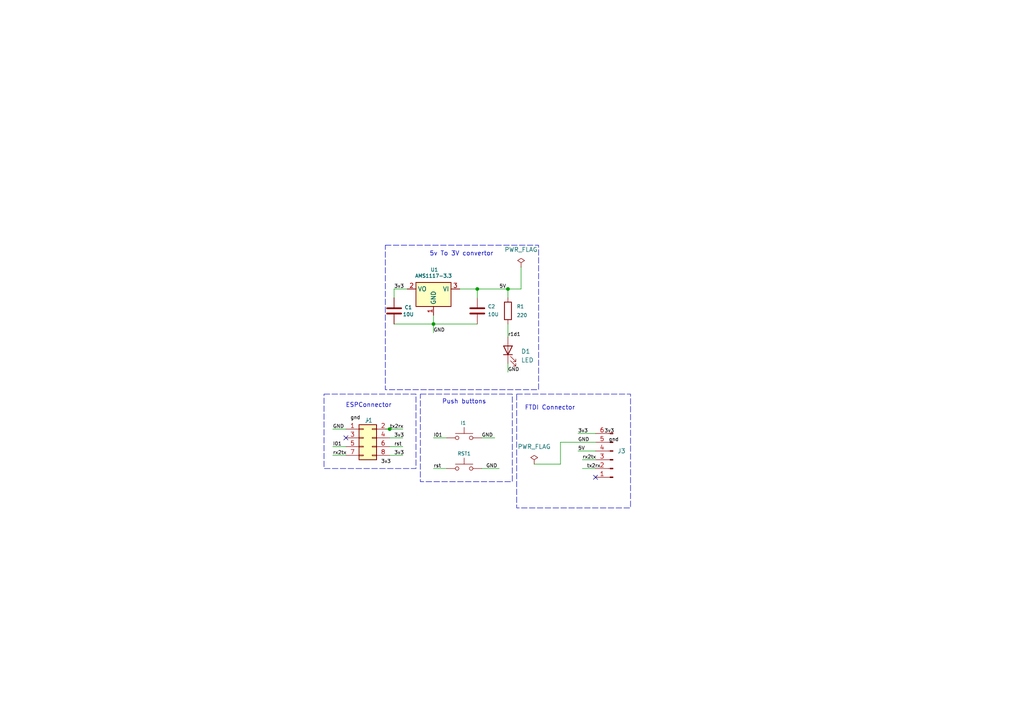
<source format=kicad_sch>
(kicad_sch (version 20231120) (generator "eeschema") (generator_version "8.0")
  (paper "A4")
  (title_block (title "ESP8266 adapter for FTDI") (date "2024-08-03") (rev "V1") (company "Gibson"))
  (lib_symbols
    (symbol "Connector:Conn_01x06_Pin" (pin_names (offset 1.016) hide)
      (property "Reference" "J" (at 0 7.62 0))
      (property "Value" "Conn_01x06_Pin" (at 0 -10.16 0))
      (symbol "Conn_01x06_Pin_1_1"
        (polyline (pts (xy 1.27 -7.62) (xy 0.8636 -7.62)) (stroke (width 0.1524)))
        (polyline (pts (xy 1.27 -5.08) (xy 0.8636 -5.08)) (stroke (width 0.1524)))
        (polyline (pts (xy 1.27 -2.54) (xy 0.8636 -2.54)) (stroke (width 0.1524)))
        (polyline (pts (xy 1.27 0) (xy 0.8636 0)) (stroke (width 0.1524)))
        (polyline (pts (xy 1.27 2.54) (xy 0.8636 2.54)) (stroke (width 0.1524)))
        (polyline (pts (xy 1.27 5.08) (xy 0.8636 5.08)) (stroke (width 0.1524)))
        (rectangle (start 0.8636 -7.493) (end 0 -7.747) (stroke (width 0.1524)) (fill (type outline)))
        (rectangle (start 0.8636 -4.953) (end 0 -5.207) (stroke (width 0.1524)) (fill (type outline)))
        (rectangle (start 0.8636 -2.413) (end 0 -2.667) (stroke (width 0.1524)) (fill (type outline)))
        (rectangle (start 0.8636 0.127) (end 0 -0.127) (stroke (width 0.1524)) (fill (type outline)))
        (rectangle (start 0.8636 2.667) (end 0 2.413) (stroke (width 0.1524)) (fill (type outline)))
        (rectangle (start 0.8636 5.207) (end 0 4.953) (stroke (width 0.1524)) (fill (type outline)))
        (pin passive line (at 5.08 5.08 180) (length 3.81) (name "Pin_1") (number "1"))
        (pin passive line (at 5.08 2.54 180) (length 3.81) (name "Pin_2") (number "2"))
        (pin passive line (at 5.08 0 180) (length 3.81) (name "Pin_3") (number "3"))
        (pin passive line (at 5.08 -2.54 180) (length 3.81) (name "Pin_4") (number "4"))
        (pin passive line (at 5.08 -5.08 180) (length 3.81) (name "Pin_5") (number "5"))
        (pin passive line (at 5.08 -7.62 180) (length 3.81) (name "Pin_6") (number "6"))
      )
    )
    (symbol "Connector_Generic:Conn_02x04_Odd_Even" (pin_names (offset 1.016) hide)
      (property "Reference" "J" (at 1.27 5.08 0))
      (property "Value" "Conn_02x04_Odd_Even" (at 1.27 -7.62 0))
      (symbol "Conn_02x04_Odd_Even_1_1"
        (rectangle (start -1.27 -4.953) (end 0 -5.207) (stroke (width 0.1524)))
        (rectangle (start -1.27 -2.413) (end 0 -2.667) (stroke (width 0.1524)))
        (rectangle (start -1.27 0.127) (end 0 -0.127) (stroke (width 0.1524)))
        (rectangle (start -1.27 2.667) (end 0 2.413) (stroke (width 0.1524)))
        (rectangle (start -1.27 3.81) (end 3.81 -6.35) (stroke (width 0.254)) (fill (type background)))
        (rectangle (start 3.81 -4.953) (end 2.54 -5.207) (stroke (width 0.1524)))
        (rectangle (start 3.81 -2.413) (end 2.54 -2.667) (stroke (width 0.1524)))
        (rectangle (start 3.81 0.127) (end 2.54 -0.127) (stroke (width 0.1524)))
        (rectangle (start 3.81 2.667) (end 2.54 2.413) (stroke (width 0.1524)))
        (pin passive line (at -5.08 2.54 0) (length 3.81) (name "Pin_1") (number "1"))
        (pin passive line (at 7.62 2.54 180) (length 3.81) (name "Pin_2") (number "2"))
        (pin passive line (at -5.08 0 0) (length 3.81) (name "Pin_3") (number "3"))
        (pin passive line (at 7.62 0 180) (length 3.81) (name "Pin_4") (number "4"))
        (pin passive line (at -5.08 -2.54 0) (length 3.81) (name "Pin_5") (number "5"))
        (pin passive line (at 7.62 -2.54 180) (length 3.81) (name "Pin_6") (number "6"))
        (pin passive line (at -5.08 -5.08 0) (length 3.81) (name "Pin_7") (number "7"))
        (pin passive line (at 7.62 -5.08 180) (length 3.81) (name "Pin_8") (number "8"))
      )
    )
    (symbol "Device:C" (pin_numbers hide) (pin_names (offset 0.254))
      (property "Reference" "C" (at 0.635 2.54 0))
      (property "Value" "C" (at 0.635 -2.54 0))
      (symbol "C_0_1"
        (polyline (pts (xy -2.032 -0.762) (xy 2.032 -0.762)) (stroke (width 0.508)))
        (polyline (pts (xy -2.032 0.762) (xy 2.032 0.762)) (stroke (width 0.508)))
      )
      (symbol "C_1_1"
        (pin passive line (at 0 3.81 270) (length 2.794) (name "~") (number "1"))
        (pin passive line (at 0 -3.81 90) (length 2.794) (name "~") (number "2"))
      )
    )
    (symbol "Device:LED" (pin_numbers hide) (pin_names (offset 1.016) hide)
      (property "Reference" "D" (at 0 2.54 0))
      (property "Value" "LED" (at 0 -2.54 0))
      (symbol "LED_0_1"
        (polyline (pts (xy -1.27 -1.27) (xy -1.27 1.27)) (stroke (width 0.254)))
        (polyline (pts (xy -1.27 0) (xy 1.27 0)))
        (polyline (pts (xy 1.27 -1.27) (xy 1.27 1.27) (xy -1.27 0) (xy 1.27 -1.27)) (stroke (width 0.254)))
        (polyline (pts (xy -3.048 -0.762) (xy -4.572 -2.286) (xy -3.81 -2.286) (xy -4.572 -2.286) (xy -4.572 -1.524)))
        (polyline (pts (xy -1.778 -0.762) (xy -3.302 -2.286) (xy -2.54 -2.286) (xy -3.302 -2.286) (xy -3.302 -1.524)))
      )
      (symbol "LED_1_1"
        (pin passive line (at -3.81 0 0) (length 2.54) (name "K") (number "1"))
        (pin passive line (at 3.81 0 180) (length 2.54) (name "A") (number "2"))
      )
    )
    (symbol "Device:R" (pin_numbers hide) (pin_names (offset 0))
      (property "Reference" "R" (at 2.032 0 90))
      (property "Value" "R" (at 0 0 90))
      (symbol "R_0_1"
        (rectangle (start -1.016 -2.54) (end 1.016 2.54) (stroke (width 0.254)))
      )
      (symbol "R_1_1"
        (pin passive line (at 0 3.81 270) (length 1.27) (name "~") (number "1"))
        (pin passive line (at 0 -3.81 90) (length 1.27) (name "~") (number "2"))
      )
    )
    (symbol "Regulator_Linear:AMS1117-3.3"
      (property "Reference" "U" (at -3.81 3.175 0))
      (property "Value" "AMS1117-3.3" (at 0 3.175 0))
      (symbol "AMS1117-3.3_0_1"
        (rectangle (start -5.08 -5.08) (end 5.08 1.905) (stroke (width 0.254)) (fill (type background)))
      )
      (symbol "AMS1117-3.3_1_1"
        (pin power_in line (at 0 -7.62 90) (length 2.54) (name "GND") (number "1"))
        (pin power_out line (at 7.62 0 180) (length 2.54) (name "VO") (number "2"))
        (pin power_in line (at -7.62 0 0) (length 2.54) (name "VI") (number "3"))
      )
    )
    (symbol "Switch:SW_Push" (pin_numbers hide) (pin_names (offset 1.016) hide)
      (property "Reference" "SW" (at 1.27 2.54 0))
      (property "Value" "SW_Push" (at 0 -1.524 0))
      (symbol "SW_Push_0_1"
        (circle (center -2.032 0) (radius 0.508))
        (polyline (pts (xy 0 1.27) (xy 0 3.048)))
        (polyline (pts (xy 2.54 1.27) (xy -2.54 1.27)))
        (circle (center 2.032 0) (radius 0.508))
        (pin passive line (at -5.08 0 0) (length 2.54) (name "1") (number "1"))
        (pin passive line (at 5.08 0 180) (length 2.54) (name "2") (number "2"))
      )
    )
    (symbol "power:PWR_FLAG" (power) (pin_numbers hide) (pin_names (offset 0) hide)
      (property "Value" "PWR_FLAG" (at 0 3.81 0))
      (symbol "PWR_FLAG_0_0"
        (pin power_out line (at 0 0 90) (length 0) (name "~") (number "1"))
      )
      (symbol "PWR_FLAG_0_1"
        (polyline (pts (xy 0 0) (xy 0 1.27) (xy -1.016 1.905) (xy 0 2.54) (xy 1.016 1.905) (xy 0 1.27)))
      )
    )
  )
  (junction (at 138.43 83.82))
  (junction (at 125.73 93.98))
  (junction (at 147.32 83.82))
  (junction (at 113.03 124.46))
  (no_connect (at 172.72 138.43))
  (no_connect (at 100.33 127))
  (wire (pts (xy 168.91 133.35) (xy 172.72 133.35)))
  (wire (pts (xy 96.52 124.46) (xy 100.33 124.46)))
  (wire (pts (xy 125.73 93.98) (xy 138.43 93.98)))
  (wire (pts (xy 162.56 134.62) (xy 162.56 128.27)))
  (wire (pts (xy 151.13 77.47) (xy 151.13 83.82)))
  (wire (pts (xy 113.03 124.46) (xy 116.84 124.46)))
  (wire (pts (xy 147.32 105.41) (xy 147.32 107.95)))
  (wire (pts (xy 111.76 124.46) (xy 113.03 124.46)))
  (wire (pts (xy 118.11 83.82) (xy 114.3 83.82)))
  (wire (pts (xy 138.43 83.82) (xy 147.32 83.82)))
  (wire (pts (xy 125.73 96.52) (xy 125.73 93.98)))
  (wire (pts (xy 139.7 127) (xy 143.51 127)))
  (wire (pts (xy 113.03 132.08) (xy 116.84 132.08)))
  (wire (pts (xy 125.73 91.44) (xy 125.73 93.98)))
  (wire (pts (xy 96.52 132.08) (xy 100.33 132.08)))
  (wire (pts (xy 168.91 135.89) (xy 172.72 135.89)))
  (wire (pts (xy 154.94 134.62) (xy 162.56 134.62)))
  (wire (pts (xy 147.32 83.82) (xy 151.13 83.82)))
  (wire (pts (xy 138.43 83.82) (xy 138.43 86.36)))
  (wire (pts (xy 133.35 83.82) (xy 138.43 83.82)))
  (wire (pts (xy 96.52 129.54) (xy 100.33 129.54)))
  (wire (pts (xy 147.32 93.98) (xy 147.32 97.79)))
  (wire (pts (xy 167.64 130.81) (xy 172.72 130.81)))
  (wire (pts (xy 162.56 128.27) (xy 172.72 128.27)))
  (wire (pts (xy 113.03 129.54) (xy 116.84 129.54)))
  (wire (pts (xy 147.32 83.82) (xy 147.32 86.36)))
  (wire (pts (xy 114.3 83.82) (xy 114.3 86.36)))
  (wire (pts (xy 114.3 93.98) (xy 125.73 93.98)))
  (wire (pts (xy 139.7 135.89) (xy 144.78 135.89)))
  (wire (pts (xy 125.73 127) (xy 129.54 127)))
  (wire (pts (xy 167.64 125.73) (xy 172.72 125.73)))
  (wire (pts (xy 125.73 135.89) (xy 129.54 135.89)))
  (wire (pts (xy 113.03 127) (xy 116.84 127)))
  (rectangle (start 121.92 114.3) (end 148.59 139.7) (stroke (width 0) (type dash)))
  (rectangle (start 93.98 114.3) (end 120.65 135.89) (stroke (width 0) (type dash)))
  (rectangle (start 149.86 114.3) (end 182.88 147.32) (stroke (width 0) (type dash)))
  (rectangle (start 111.76 71.12) (end 156.21 113.03) (stroke (width 0) (type dash)))
  (text "5v To 3V convertor" (at 133.858 73.66 0) (effects (font (size 1.27 1.27))))
  (text "FTDI Connector" (at 159.512 118.364 0) (effects (font (size 1.27 1.27))))
  (text "Push buttons" (at 134.62 116.586 0) (effects (font (size 1.27 1.27))))
  (text "ESPConnector" (at 106.934 117.602 0) (effects (font (size 1.27 1.27))))
  (label "rx2tx" (at 96.52 132.08 0) (effects (font (size 1.016 1.016))))
  (label "I01" (at 96.52 129.54 0) (effects (font (size 1.016 1.016))))
  (label "rst" (at 125.73 135.89 0) (effects (font (size 1.016 1.016))))
  (label "rst" (at 114.3 129.54 0) (effects (font (size 1.016 1.016))))
  (label "I01" (at 125.73 127 0) (effects (font (size 1.016 1.016))))
  (label "3v3" (at 175.26 125.73 0) (effects (font (size 1.016 1.016))))
  (label "GND" (at 147.32 107.95 0) (effects (font (size 1.016 1.016))))
  (label "3v3" (at 110.49 134.62 0) (effects (font (size 1.016 1.016))))
  (label "gnd" (at 176.53 128.27 0) (effects (font (size 1.016 1.016))))
  (label "3v3" (at 114.3 132.08 0) (effects (font (size 1.016 1.016))))
  (label "5V" (at 167.64 130.81 0) (effects (font (size 1.016 1.016))))
  (label "3v3" (at 114.3 83.82 0) (effects (font (size 1.016 1.016))))
  (label "5V" (at 144.78 83.82 0) (effects (font (size 1.016 1.016))))
  (label "tx2rx" (at 113.03 124.46 0) (effects (font (size 1.016 1.016))))
  (label "GND" (at 167.64 128.27 0) (effects (font (size 1.016 1.016))))
  (label "tx2rx" (at 170.18 135.89 0) (effects (font (size 1.016 1.016))))
  (label "GND" (at 140.97 135.89 0) (effects (font (size 1.016 1.016))))
  (label "gnd" (at 101.6 121.92 0) (effects (font (size 1.016 1.016))))
  (label "GND" (at 96.52 124.46 0) (effects (font (size 1.016 1.016))))
  (label "3v3" (at 167.64 125.73 0) (effects (font (size 1.016 1.016))))
  (label "GND" (at 139.7 127 0) (effects (font (size 1.016 1.016))))
  (label "GND" (at 125.73 96.52 0) (effects (font (size 1.016 1.016))))
  (label "r1d1" (at 147.32 97.79 0) (effects (font (size 1.016 1.016))))
  (label "3v3" (at 114.3 127 0) (effects (font (size 1.016 1.016))))
  (label "rx2tx" (at 168.91 133.35 0) (effects (font (size 1.016 1.016))))
  (symbol (lib_id "Switch:SW_Push") (at 134.62 135.89 0) (unit 1)
    (property "Reference" "RST1" (at 134.62 131.572 0) (effects (font (size 1.016 1.016))))
    (property "Value" "RST" (effects (hide yes)))
    (property "Footprint" "Button_Switch_THT:SW_PUSH_1P1T_6x3.5mm_H4.3_APEM_MJTP1243" (effects (hide yes)))
    (property "Description" "Push button switch, generic, two pins" (effects (hide yes)))
  )
  (symbol (lib_id "Device:C") (at 138.43 90.17 0) (unit 1)
    (property "Reference" "C2" (at 141.478 88.9 0) (effects (font (size 1.016 1.016)) (justify left)))
    (property "Value" "10U" (at 141.478 91.186 0) (effects (font (size 1.016 1.016)) (justify left)))
    (property "Footprint" "Capacitor_SMD:C_0201_0603Metric" (effects (hide yes)))
    (property "Description" "Unpolarized capacitor" (effects (hide yes)))
  )
  (symbol (lib_id "power:PWR_FLAG") (at 151.13 77.47 0) (unit 1)
    (property "Reference" "#FLG01" (effects (hide yes)))
    (property "Value" "PWR_FLAG" (at 151.13 72.39 0))
    (property "Description" "Special symbol for telling ERC where power comes from" (effects (hide yes)))
  )
  (symbol (lib_id "Connector_Generic:Conn_02x04_Odd_Even") (at 105.41 127 0) (unit 1)
    (property "Reference" "J1" (at 106.934 121.92 0))
    (property "Value" "~" (at 106.68 121.92 0))
    (property "Footprint" "Connector_PinSocket_2.54mm:PinSocket_2x04_P2.54mm_Vertical" (effects (hide yes)))
    (property "Description" "Generic connector, double row, 02x04, odd/even pin numbering scheme (row 1 odd numbers, row 2 even numbers), script generated (kicad-library-utils/schlib/autogen/connector/)" (effects (hide yes)))
  )
  (symbol (lib_id "Device:R") (at 147.32 90.17 0) (unit 1)
    (property "Reference" "R1" (at 149.86 88.8999 0) (effects (font (size 1.016 1.016)) (justify left)))
    (property "Value" "220" (at 149.86 91.4399 0) (effects (font (size 1.016 1.016)) (justify left)))
    (property "Footprint" "Resistor_SMD:R_0201_0603Metric_Pad0.64x0.40mm_HandSolder" (effects (hide yes)))
    (property "Description" "Resistor" (effects (hide yes)))
  )
  (symbol (lib_id "power:PWR_FLAG") (at 154.94 134.62 0) (unit 1)
    (property "Reference" "#FLG02" (effects (hide yes)))
    (property "Value" "PWR_FLAG" (at 154.94 129.54 0))
    (property "Description" "Special symbol for telling ERC where power comes from" (effects (hide yes)))
  )
  (symbol (lib_id "Switch:SW_Push") (at 134.62 127 0) (unit 1)
    (property "Reference" "I1" (at 134.366 122.682 0) (effects (font (size 1.016 1.016))))
    (property "Value" "I01" (effects (hide yes)))
    (property "Footprint" "Button_Switch_THT:SW_PUSH_1P1T_6x3.5mm_H4.3_APEM_MJTP1243" (effects (hide yes)))
    (property "Description" "Push button switch, generic, two pins" (effects (hide yes)))
  )
  (symbol (lib_id "Device:LED") (at 147.32 101.6 90) (unit 1)
    (property "Reference" "D1" (at 151.13 101.9174 90) (effects (justify right)))
    (property "Value" "LED" (at 151.13 104.4574 90) (effects (justify right)))
    (property "Footprint" "LED_SMD:LED_0201_0603Metric" (effects (hide yes)))
    (property "Description" "Light emitting diode" (effects (hide yes)))
  )
  (symbol (lib_id "Device:C") (at 114.3 90.17 0) (unit 1)
    (property "Reference" "C1" (at 117.348 89.154 0) (effects (font (size 1.016 1.016)) (justify left)))
    (property "Value" "10U" (at 116.84 91.186 0) (effects (font (size 1.016 1.016)) (justify left)))
    (property "Footprint" "Capacitor_SMD:C_0201_0603Metric" (effects (hide yes)))
    (property "Description" "Unpolarized capacitor" (effects (hide yes)))
  )
  (symbol (lib_id "Regulator_Linear:AMS1117-3.3") (at 125.73 83.82 0) (mirror y) (unit 1)
    (property "Reference" "U1" (at 125.984 78.232 0) (effects (font (size 1.016 1.016))))
    (property "Value" "AMS1117-3.3" (at 125.73 80.01 0) (effects (font (size 1.016 1.016))))
    (property "Footprint" "Package_TO_SOT_SMD:SOT-223-3_TabPin2" (effects (hide yes)))
    (property "Datasheet" "http://www.advanced-monolithic.com/pdf/ds1117.pdf" (effects (hide yes)))
    (property "Description" "1A Low Dropout regulator, positive, 3.3V fixed output, SOT-223" (effects (hide yes)))
  )
  (symbol (lib_id "Connector:Conn_01x06_Pin") (at 177.8 133.35 180) (unit 1)
    (property "Reference" "J3" (at 179.07 130.8099 0) (effects (justify right)))
    (property "Value" "Conn_01x06_Pin" (effects (hide yes)))
    (property "Footprint" "Connector_PinHeader_2.54mm:PinHeader_1x06_P2.54mm_Vertical" (effects (hide yes)))
    (property "Description" "Generic connector, single row, 01x06, script generated" (effects (hide yes)))
  )
)
</source>
